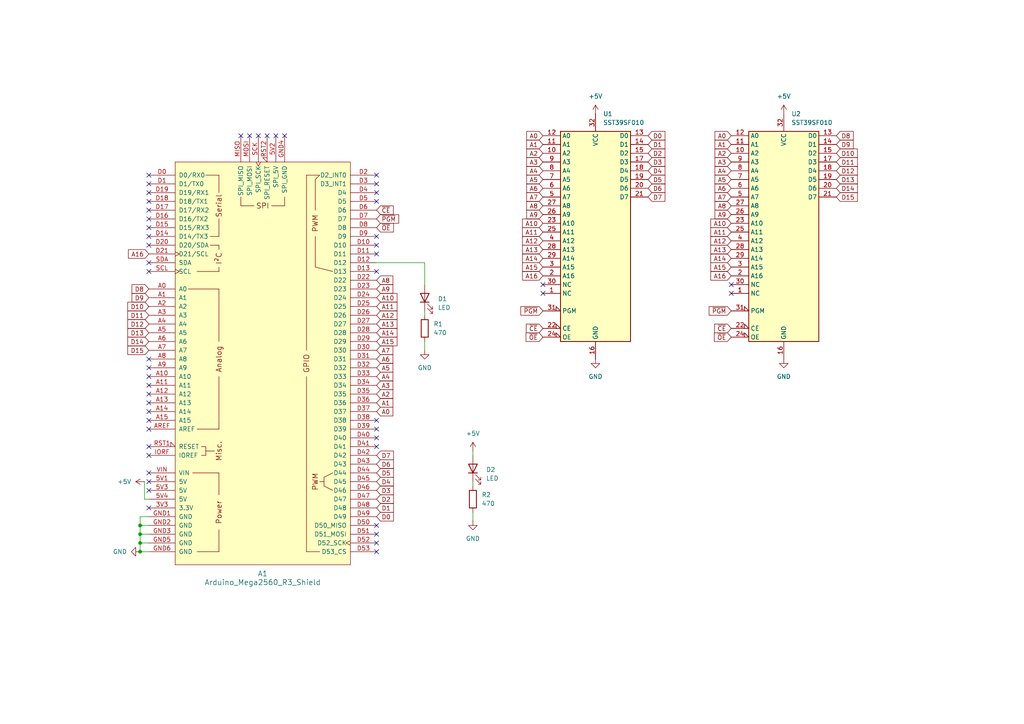
<source format=kicad_sch>
(kicad_sch (version 20231120) (generator "eeschema") (generator_version "8.0")
  (paper "A4")
  (lib_symbols
    (symbol "Arduino:Arduino_Mega2560_R3_Shield" (pin_names (offset 1.016))
      (property "Reference" "A" (at 0 -62.23 0))
      (property "Value" "Arduino_Mega2560_R3_Shield" (at 0 -66.04 0))
      (symbol "Arduino_Mega2560_R3_Shield_0_0"
        (rectangle (start -25.4 -58.42) (end 25.4 58.42) (fill (type background)))
        (rectangle (start -20.32 -31.75) (end -12.7 -31.75))
        (rectangle (start -19.05 -54.61) (end -12.7 -54.61))
        (rectangle (start -19.05 -19.05) (end -12.7 -19.05))
        (rectangle (start -19.05 26.67) (end -12.7 26.67))
        (rectangle (start -17.78 -26.67) (end -16.51 -26.67))
        (rectangle (start -17.78 -24.13) (end -16.51 -24.13))
        (rectangle (start -16.51 -25.4) (end -13.97 -25.4))
        (rectangle (start -16.51 -24.13) (end -16.51 -26.67))
        (rectangle (start -16.51 54.61) (end -12.7 54.61))
        (rectangle (start -15.24 34.29) (end -12.7 34.29))
        (rectangle (start -15.24 36.83) (end -12.7 36.83))
        (rectangle (start -12.7 -54.61) (end -12.7 -48.26))
        (rectangle (start -12.7 -31.75) (end -12.7 -38.1))
        (rectangle (start -12.7 26.67) (end -12.7 27.94))
        (rectangle (start -12.7 34.29) (end -12.7 33.02))
        (rectangle (start -12.7 41.91) (end -12.7 36.83))
        (rectangle (start -12.7 49.53) (end -12.7 54.61))
        (rectangle (start -6.35 48.26) (end -6.35 45.72))
        (rectangle (start -2.54 45.72) (end -6.35 45.72))
        (polyline (pts (xy -21.59 21.59) (xy -12.7 21.59)))
        (polyline (pts (xy -12.7 -19.05) (xy -12.7 -3.81)))
        (polyline (pts (xy -12.7 6.35) (xy -12.7 21.59)))
        (polyline (pts (xy 12.7 -54.61) (xy 16.51 -54.61)))
        (polyline (pts (xy 12.7 54.61) (xy 16.51 54.61)))
        (polyline (pts (xy 17.78 -34.29) (xy 16.51 -34.29)))
        (polyline (pts (xy 15.24 36.83) (xy 15.24 27.94) (xy 20.32 26.67)))
        (polyline (pts (xy 15.24 44.45) (xy 15.24 53.34) (xy 16.51 54.61)))
        (polyline (pts (xy 20.32 -31.75) (xy 17.78 -33.02) (xy 17.78 -35.56) (xy 20.32 -36.83)))
        (rectangle (start 6.35 45.72) (end 2.54 45.72))
        (rectangle (start 6.35 48.26) (end 6.35 45.72))
        (text "Analog" (at -12.7 1.27 900) (effects (font (size 1.524 1.524))))
        (text "I²C" (at -12.7 30.48 900) (effects (font (size 1.524 1.524))))
        (text "Misc." (at -12.7 -25.4 900) (effects (font (size 1.524 1.524))))
        (text "Power" (at -12.7 -43.18 900) (effects (font (size 1.524 1.524))))
        (text "PWM" (at 15.24 -34.29 900) (effects (font (size 1.524 1.524))))
        (text "PWM" (at 15.24 40.64 900) (effects (font (size 1.524 1.524))))
        (text "Serial" (at -12.7 45.72 900) (effects (font (size 1.524 1.524))))
        (text "SPI" (at 0 45.72 0) (effects (font (size 1.524 1.524))))
      )
      (symbol "Arduino_Mega2560_R3_Shield_1_0"
        (rectangle (start 12.7 -54.61) (end 12.7 -3.81))
        (rectangle (start 12.7 54.61) (end 12.7 3.81))
        (text "GPIO" (at 12.7 0 900) (effects (font (size 1.524 1.524))))
      )
      (symbol "Arduino_Mega2560_R3_Shield_1_1"
        (pin power_out line (at -33.02 -41.91 0) (length 7.62) (name "3.3V") (number "3V3"))
        (pin power_in line (at -33.02 -34.29 0) (length 7.62) (name "5V") (number "5V1"))
        (pin power_in line (at 3.81 66.04 270) (length 7.62) (name "SPI_5V") (number "5V2"))
        (pin power_in line (at -33.02 -36.83 0) (length 7.62) (name "5V") (number "5V3"))
        (pin power_in line (at -33.02 -39.37 0) (length 7.62) (name "5V") (number "5V4"))
        (pin bidirectional line (at -33.02 21.59 0) (length 7.62) (name "A0") (number "A0"))
        (pin bidirectional line (at -33.02 19.05 0) (length 7.62) (name "A1") (number "A1"))
        (pin bidirectional line (at -33.02 -3.81 0) (length 7.62) (name "A10") (number "A10"))
        (pin bidirectional line (at -33.02 -6.35 0) (length 7.62) (name "A11") (number "A11"))
        (pin bidirectional line (at -33.02 -8.89 0) (length 7.62) (name "A12") (number "A12"))
        (pin bidirectional line (at -33.02 -11.43 0) (length 7.62) (name "A13") (number "A13"))
        (pin bidirectional line (at -33.02 -13.97 0) (length 7.62) (name "A14") (number "A14"))
        (pin bidirectional line (at -33.02 -16.51 0) (length 7.62) (name "A15") (number "A15"))
        (pin bidirectional line (at -33.02 16.51 0) (length 7.62) (name "A2") (number "A2"))
        (pin bidirectional line (at -33.02 13.97 0) (length 7.62) (name "A3") (number "A3"))
        (pin bidirectional line (at -33.02 11.43 0) (length 7.62) (name "A4") (number "A4"))
        (pin bidirectional line (at -33.02 8.89 0) (length 7.62) (name "A5") (number "A5"))
        (pin bidirectional line (at -33.02 6.35 0) (length 7.62) (name "A6") (number "A6"))
        (pin bidirectional line (at -33.02 3.81 0) (length 7.62) (name "A7") (number "A7"))
        (pin bidirectional line (at -33.02 1.27 0) (length 7.62) (name "A8") (number "A8"))
        (pin bidirectional line (at -33.02 -1.27 0) (length 7.62) (name "A9") (number "A9"))
        (pin input line (at -33.02 -19.05 0) (length 7.62) (name "AREF") (number "AREF"))
        (pin bidirectional line (at -33.02 54.61 0) (length 7.62) (name "D0/RX0") (number "D0"))
        (pin bidirectional line (at -33.02 52.07 0) (length 7.62) (name "D1/TX0") (number "D1"))
        (pin bidirectional line (at 33.02 34.29 180) (length 7.62) (name "D10") (number "D10"))
        (pin bidirectional line (at 33.02 31.75 180) (length 7.62) (name "D11") (number "D11"))
        (pin bidirectional line (at 33.02 29.21 180) (length 7.62) (name "D12") (number "D12"))
        (pin bidirectional line (at 33.02 26.67 180) (length 7.62) (name "D13") (number "D13"))
        (pin bidirectional line (at -33.02 36.83 0) (length 7.62) (name "D14/TX3") (number "D14"))
        (pin bidirectional line (at -33.02 39.37 0) (length 7.62) (name "D15/RX3") (number "D15"))
        (pin bidirectional line (at -33.02 41.91 0) (length 7.62) (name "D16/TX2") (number "D16"))
        (pin bidirectional line (at -33.02 44.45 0) (length 7.62) (name "D17/RX2") (number "D17"))
        (pin bidirectional line (at -33.02 46.99 0) (length 7.62) (name "D18/TX1") (number "D18"))
        (pin bidirectional line (at -33.02 49.53 0) (length 7.62) (name "D19/RX1") (number "D19"))
        (pin bidirectional line (at 33.02 54.61 180) (length 7.62) (name "D2_INT0") (number "D2"))
        (pin bidirectional line (at -33.02 34.29 0) (length 7.62) (name "D20/SDA") (number "D20"))
        (pin bidirectional clock (at -33.02 31.75 0) (length 7.62) (name "D21/SCL") (number "D21"))
        (pin bidirectional line (at 33.02 24.13 180) (length 7.62) (name "D22") (number "D22"))
        (pin bidirectional line (at 33.02 21.59 180) (length 7.62) (name "D23") (number "D23"))
        (pin bidirectional line (at 33.02 19.05 180) (length 7.62) (name "D24") (number "D24"))
        (pin bidirectional line (at 33.02 16.51 180) (length 7.62) (name "D25") (number "D25"))
        (pin bidirectional line (at 33.02 13.97 180) (length 7.62) (name "D26") (number "D26"))
        (pin bidirectional line (at 33.02 11.43 180) (length 7.62) (name "D27") (number "D27"))
        (pin bidirectional line (at 33.02 8.89 180) (length 7.62) (name "D28") (number "D28"))
        (pin bidirectional line (at 33.02 6.35 180) (length 7.62) (name "D29") (number "D29"))
        (pin bidirectional line (at 33.02 52.07 180) (length 7.62) (name "D3_INT1") (number "D3"))
        (pin bidirectional line (at 33.02 3.81 180) (length 7.62) (name "D30") (number "D30"))
        (pin bidirectional line (at 33.02 1.27 180) (length 7.62) (name "D31") (number "D31"))
        (pin bidirectional line (at 33.02 -1.27 180) (length 7.62) (name "D32") (number "D32"))
        (pin bidirectional line (at 33.02 -3.81 180) (length 7.62) (name "D33") (number "D33"))
        (pin bidirectional line (at 33.02 -6.35 180) (length 7.62) (name "D34") (number "D34"))
        (pin bidirectional line (at 33.02 -8.89 180) (length 7.62) (name "D35") (number "D35"))
        (pin bidirectional line (at 33.02 -11.43 180) (length 7.62) (name "D36") (number "D36"))
        (pin bidirectional line (at 33.02 -13.97 180) (length 7.62) (name "D37") (number "D37"))
        (pin bidirectional line (at 33.02 -16.51 180) (length 7.62) (name "D38") (number "D38"))
        (pin bidirectional line (at 33.02 -19.05 180) (length 7.62) (name "D39") (number "D39"))
        (pin bidirectional line (at 33.02 49.53 180) (length 7.62) (name "D4") (number "D4"))
        (pin bidirectional line (at 33.02 -21.59 180) (length 7.62) (name "D40") (number "D40"))
        (pin bidirectional line (at 33.02 -24.13 180) (length 7.62) (name "D41") (number "D41"))
        (pin bidirectional line (at 33.02 -26.67 180) (length 7.62) (name "D42") (number "D42"))
        (pin bidirectional line (at 33.02 -29.21 180) (length 7.62) (name "D43") (number "D43"))
        (pin bidirectional line (at 33.02 -31.75 180) (length 7.62) (name "D44") (number "D44"))
        (pin bidirectional line (at 33.02 -34.29 180) (length 7.62) (name "D45") (number "D45"))
        (pin bidirectional line (at 33.02 -36.83 180) (length 7.62) (name "D46") (number "D46"))
        (pin bidirectional line (at 33.02 -39.37 180) (length 7.62) (name "D47") (number "D47"))
        (pin bidirectional line (at 33.02 -41.91 180) (length 7.62) (name "D48") (number "D48"))
        (pin bidirectional line (at 33.02 -44.45 180) (length 7.62) (name "D49") (number "D49"))
        (pin bidirectional line (at 33.02 46.99 180) (length 7.62) (name "D5") (number "D5"))
        (pin bidirectional line (at 33.02 -46.99 180) (length 7.62) (name "D50_MISO") (number "D50"))
        (pin bidirectional line (at 33.02 -49.53 180) (length 7.62) (name "D51_MOSI") (number "D51"))
        (pin bidirectional clock (at 33.02 -52.07 180) (length 7.62) (name "D52_SCK") (number "D52"))
        (pin bidirectional line (at 33.02 -54.61 180) (length 7.62) (name "D53_CS") (number "D53"))
        (pin bidirectional line (at 33.02 44.45 180) (length 7.62) (name "D6") (number "D6"))
        (pin bidirectional line (at 33.02 41.91 180) (length 7.62) (name "D7") (number "D7"))
        (pin bidirectional line (at 33.02 39.37 180) (length 7.62) (name "D8") (number "D8"))
        (pin bidirectional line (at 33.02 36.83 180) (length 7.62) (name "D9") (number "D9"))
        (pin power_in line (at -33.02 -44.45 0) (length 7.62) (name "GND") (number "GND1"))
        (pin power_in line (at -33.02 -46.99 0) (length 7.62) (name "GND") (number "GND2"))
        (pin power_in line (at -33.02 -49.53 0) (length 7.62) (name "GND") (number "GND3"))
        (pin power_in line (at 6.35 66.04 270) (length 7.62) (name "SPI_GND") (number "GND4"))
        (pin power_in line (at -33.02 -52.07 0) (length 7.62) (name "GND") (number "GND5"))
        (pin power_in line (at -33.02 -54.61 0) (length 7.62) (name "GND") (number "GND6"))
        (pin output line (at -33.02 -26.67 0) (length 7.62) (name "IOREF") (number "IORF"))
        (pin input line (at -6.35 66.04 270) (length 7.62) (name "SPI_MISO") (number "MISO"))
        (pin output line (at -3.81 66.04 270) (length 7.62) (name "SPI_MOSI") (number "MOSI"))
        (pin open_collector input_low (at -33.02 -24.13 0) (length 7.62) (name "RESET") (number "RST1"))
        (pin open_collector input_low (at 1.27 66.04 270) (length 7.62) (name "SPI_RESET") (number "RST2"))
        (pin output clock (at -1.27 66.04 270) (length 7.62) (name "SPI_SCK") (number "SCK"))
        (pin bidirectional clock (at -33.02 26.67 0) (length 7.62) (name "SCL") (number "SCL"))
        (pin bidirectional line (at -33.02 29.21 0) (length 7.62) (name "SDA") (number "SDA"))
        (pin power_in line (at -33.02 -31.75 0) (length 7.62) (name "VIN") (number "VIN"))
      )
    )
    (symbol "Device:LED" (pin_numbers hide) (pin_names (offset 1.016) hide)
      (property "Reference" "D" (at 0 2.54 0))
      (property "Value" "LED" (at 0 -2.54 0))
      (symbol "LED_0_1"
        (polyline (pts (xy -1.27 -1.27) (xy -1.27 1.27)) (stroke (width 0.254)))
        (polyline (pts (xy -1.27 0) (xy 1.27 0)))
        (polyline (pts (xy 1.27 -1.27) (xy 1.27 1.27) (xy -1.27 0) (xy 1.27 -1.27)) (stroke (width 0.254)))
        (polyline (pts (xy -3.048 -0.762) (xy -4.572 -2.286) (xy -3.81 -2.286) (xy -4.572 -2.286) (xy -4.572 -1.524)))
        (polyline (pts (xy -1.778 -0.762) (xy -3.302 -2.286) (xy -2.54 -2.286) (xy -3.302 -2.286) (xy -3.302 -1.524)))
      )
      (symbol "LED_1_1"
        (pin passive line (at -3.81 0 0) (length 2.54) (name "K") (number "1"))
        (pin passive line (at 3.81 0 180) (length 2.54) (name "A") (number "2"))
      )
    )
    (symbol "Device:R" (pin_numbers hide) (pin_names (offset 0))
      (property "Reference" "R" (at 2.032 0 90))
      (property "Value" "R" (at 0 0 90))
      (symbol "R_0_1"
        (rectangle (start -1.016 -2.54) (end 1.016 2.54) (stroke (width 0.254)))
      )
      (symbol "R_1_1"
        (pin passive line (at 0 3.81 270) (length 1.27) (name "~") (number "1"))
        (pin passive line (at 0 -3.81 90) (length 1.27) (name "~") (number "2"))
      )
    )
    (symbol "Memory_Flash:SST39SF010"
      (property "Reference" "U" (at 2.54 33.02 0))
      (property "Value" "SST39SF010" (at 0 -30.48 0))
      (symbol "SST39SF010_0_0"
        (pin power_in line (at 0 -34.29 90) (length 5.08) (name "GND") (number "16"))
        (pin power_in line (at 0 36.83 270) (length 5.08) (name "VCC") (number "32"))
      )
      (symbol "SST39SF010_0_1"
        (rectangle (start -10.16 31.75) (end 10.16 -29.21) (stroke (width 0.254)) (fill (type background)))
      )
      (symbol "SST39SF010_1_1"
        (pin input line (at -15.24 -15.24 0) (length 5.08) (name "NC") (number "1"))
        (pin input line (at -15.24 25.4 0) (length 5.08) (name "A2") (number "10"))
        (pin input line (at -15.24 27.94 0) (length 5.08) (name "A1") (number "11"))
        (pin input line (at -15.24 30.48 0) (length 5.08) (name "A0") (number "12"))
        (pin tri_state line (at 15.24 30.48 180) (length 5.08) (name "D0") (number "13"))
        (pin tri_state line (at 15.24 27.94 180) (length 5.08) (name "D1") (number "14"))
        (pin tri_state line (at 15.24 25.4 180) (length 5.08) (name "D2") (number "15"))
        (pin tri_state line (at 15.24 22.86 180) (length 5.08) (name "D3") (number "17"))
        (pin tri_state line (at 15.24 20.32 180) (length 5.08) (name "D4") (number "18"))
        (pin tri_state line (at 15.24 17.78 180) (length 5.08) (name "D5") (number "19"))
        (pin input line (at -15.24 -10.16 0) (length 5.08) (name "A16") (number "2"))
        (pin tri_state line (at 15.24 15.24 180) (length 5.08) (name "D6") (number "20"))
        (pin tri_state line (at 15.24 12.7 180) (length 5.08) (name "D7") (number "21"))
        (pin input input_low (at -15.24 -25.4 0) (length 5.08) (name "CE") (number "22"))
        (pin input line (at -15.24 5.08 0) (length 5.08) (name "A10") (number "23"))
        (pin input input_low (at -15.24 -27.94 0) (length 5.08) (name "OE") (number "24"))
        (pin input line (at -15.24 2.54 0) (length 5.08) (name "A11") (number "25"))
        (pin input line (at -15.24 7.62 0) (length 5.08) (name "A9") (number "26"))
        (pin input line (at -15.24 10.16 0) (length 5.08) (name "A8") (number "27"))
        (pin input line (at -15.24 -2.54 0) (length 5.08) (name "A13") (number "28"))
        (pin input line (at -15.24 -5.08 0) (length 5.08) (name "A14") (number "29"))
        (pin input line (at -15.24 -7.62 0) (length 5.08) (name "A15") (number "3"))
        (pin input line (at -15.24 -12.7 0) (length 5.08) (name "NC") (number "30"))
        (pin input input_low (at -15.24 -20.32 0) (length 5.08) (name "PGM") (number "31"))
        (pin input line (at -15.24 0 0) (length 5.08) (name "A12") (number "4"))
        (pin input line (at -15.24 12.7 0) (length 5.08) (name "A7") (number "5"))
        (pin input line (at -15.24 15.24 0) (length 5.08) (name "A6") (number "6"))
        (pin input line (at -15.24 17.78 0) (length 5.08) (name "A5") (number "7"))
        (pin input line (at -15.24 20.32 0) (length 5.08) (name "A4") (number "8"))
        (pin input line (at -15.24 22.86 0) (length 5.08) (name "A3") (number "9"))
      )
    )
    (symbol "power:+5V" (power) (pin_numbers hide) (pin_names (offset 0) hide)
      (property "Value" "+5V" (at 0 3.556 0))
      (symbol "+5V_0_1"
        (polyline (pts (xy -0.762 1.27) (xy 0 2.54)))
        (polyline (pts (xy 0 0) (xy 0 2.54)))
        (polyline (pts (xy 0 2.54) (xy 0.762 1.27)))
      )
      (symbol "+5V_1_1"
        (pin power_in line (at 0 0 90) (length 0) (name "~") (number "1"))
      )
    )
    (symbol "power:GND" (power) (pin_numbers hide) (pin_names (offset 0) hide)
      (property "Value" "GND" (at 0 -3.81 0))
      (symbol "GND_0_1"
        (polyline (pts (xy 0 0) (xy 0 -1.27) (xy 1.27 -1.27) (xy 0 -2.54) (xy -1.27 -1.27) (xy 0 -1.27)))
      )
      (symbol "GND_1_1"
        (pin power_in line (at 0 0 270) (length 0) (name "~") (number "1"))
      )
    )
  )
  (junction (at 40.64 152.4))
  (junction (at 40.64 157.48))
  (junction (at 40.64 154.94))
  (junction (at 40.64 160.02))
  (no_connect (at 77.47 39.37))
  (no_connect (at 109.22 157.48))
  (no_connect (at 43.18 121.92))
  (no_connect (at 109.22 71.12))
  (no_connect (at 43.18 119.38))
  (no_connect (at 43.18 66.04))
  (no_connect (at 74.93 39.37))
  (no_connect (at 43.18 50.8))
  (no_connect (at 43.18 106.68))
  (no_connect (at 43.18 124.46))
  (no_connect (at 109.22 78.74))
  (no_connect (at 157.48 85.09))
  (no_connect (at 43.18 111.76))
  (no_connect (at 72.39 39.37))
  (no_connect (at 43.18 63.5))
  (no_connect (at 69.85 39.37))
  (no_connect (at 43.18 116.84))
  (no_connect (at 109.22 160.02))
  (no_connect (at 80.01 39.37))
  (no_connect (at 43.18 139.7))
  (no_connect (at 43.18 71.12))
  (no_connect (at 43.18 129.54))
  (no_connect (at 109.22 124.46))
  (no_connect (at 82.55 39.37))
  (no_connect (at 212.09 82.55))
  (no_connect (at 109.22 129.54))
  (no_connect (at 109.22 127))
  (no_connect (at 109.22 68.58))
  (no_connect (at 43.18 132.08))
  (no_connect (at 157.48 82.55))
  (no_connect (at 43.18 104.14))
  (no_connect (at 109.22 50.8))
  (no_connect (at 109.22 73.66))
  (no_connect (at 43.18 55.88))
  (no_connect (at 43.18 147.32))
  (no_connect (at 43.18 109.22))
  (no_connect (at 43.18 78.74))
  (no_connect (at 43.18 68.58))
  (no_connect (at 109.22 121.92))
  (no_connect (at 109.22 53.34))
  (no_connect (at 43.18 60.96))
  (no_connect (at 109.22 58.42))
  (no_connect (at 43.18 137.16))
  (no_connect (at 43.18 142.24))
  (no_connect (at 109.22 55.88))
  (no_connect (at 109.22 152.4))
  (no_connect (at 109.22 154.94))
  (no_connect (at 212.09 85.09))
  (no_connect (at 43.18 76.2))
  (no_connect (at 43.18 58.42))
  (no_connect (at 43.18 114.3))
  (no_connect (at 43.18 53.34))
  (wire (pts (xy 123.19 90.17) (xy 123.19 91.44)))
  (wire (pts (xy 40.64 160.02) (xy 43.18 160.02)))
  (wire (pts (xy 40.64 157.48) (xy 43.18 157.48)))
  (wire (pts (xy 43.18 149.86) (xy 40.64 149.86)))
  (wire (pts (xy 137.16 130.81) (xy 137.16 132.08)))
  (wire (pts (xy 40.64 154.94) (xy 43.18 154.94)))
  (wire (pts (xy 40.64 152.4) (xy 43.18 152.4)))
  (wire (pts (xy 43.18 144.78) (xy 41.91 144.78)))
  (wire (pts (xy 40.64 149.86) (xy 40.64 152.4)))
  (wire (pts (xy 123.19 76.2) (xy 123.19 82.55)))
  (wire (pts (xy 109.22 76.2) (xy 123.19 76.2)))
  (wire (pts (xy 40.64 154.94) (xy 40.64 157.48)))
  (wire (pts (xy 137.16 139.7) (xy 137.16 140.97)))
  (wire (pts (xy 137.16 148.59) (xy 137.16 151.13)))
  (wire (pts (xy 40.64 152.4) (xy 40.64 154.94)))
  (wire (pts (xy 123.19 99.06) (xy 123.19 101.6)))
  (wire (pts (xy 41.91 139.7) (xy 41.91 144.78)))
  (wire (pts (xy 40.64 157.48) (xy 40.64 160.02)))
  (global_label "D10" (shape input) (at 43.18 88.9 180) (property "Intersheetrefs" "${INTERSHEET_REFS}" (effects (hide yes))))
  (global_label "A4" (shape input) (at 109.22 109.22 0) (property "Intersheetrefs" "${INTERSHEET_REFS}" (effects (hide yes))))
  (global_label "A12" (shape input) (at 157.48 69.85 180) (property "Intersheetrefs" "${INTERSHEET_REFS}" (effects (hide yes))))
  (global_label "A11" (shape input) (at 212.09 67.31 180) (property "Intersheetrefs" "${INTERSHEET_REFS}" (effects (hide yes))))
  (global_label "~{OE}" (shape input) (at 109.22 66.04 0) (property "Intersheetrefs" "${INTERSHEET_REFS}" (effects (hide yes))))
  (global_label "A4" (shape input) (at 212.09 49.53 180) (property "Intersheetrefs" "${INTERSHEET_REFS}" (effects (hide yes))))
  (global_label "A5" (shape input) (at 157.48 52.07 180) (property "Intersheetrefs" "${INTERSHEET_REFS}" (effects (hide yes))))
  (global_label "A6" (shape input) (at 157.48 54.61 180) (property "Intersheetrefs" "${INTERSHEET_REFS}" (effects (hide yes))))
  (global_label "D12" (shape input) (at 242.57 49.53 0) (property "Intersheetrefs" "${INTERSHEET_REFS}" (effects (hide yes))))
  (global_label "D13" (shape input) (at 43.18 96.52 180) (property "Intersheetrefs" "${INTERSHEET_REFS}" (effects (hide yes))))
  (global_label "A11" (shape input) (at 109.22 88.9 0) (property "Intersheetrefs" "${INTERSHEET_REFS}" (effects (hide yes))))
  (global_label "D10" (shape input) (at 242.57 44.45 0) (property "Intersheetrefs" "${INTERSHEET_REFS}" (effects (hide yes))))
  (global_label "A7" (shape input) (at 157.48 57.15 180) (property "Intersheetrefs" "${INTERSHEET_REFS}" (effects (hide yes))))
  (global_label "A16" (shape input) (at 212.09 80.01 180) (property "Intersheetrefs" "${INTERSHEET_REFS}" (effects (hide yes))))
  (global_label "A8" (shape input) (at 212.09 59.69 180) (property "Intersheetrefs" "${INTERSHEET_REFS}" (effects (hide yes))))
  (global_label "D14" (shape input) (at 242.57 54.61 0) (property "Intersheetrefs" "${INTERSHEET_REFS}" (effects (hide yes))))
  (global_label "D7" (shape input) (at 187.96 57.15 0) (property "Intersheetrefs" "${INTERSHEET_REFS}" (effects (hide yes))))
  (global_label "D7" (shape input) (at 109.22 132.08 0) (property "Intersheetrefs" "${INTERSHEET_REFS}" (effects (hide yes))))
  (global_label "A2" (shape input) (at 109.22 114.3 0) (property "Intersheetrefs" "${INTERSHEET_REFS}" (effects (hide yes))))
  (global_label "A1" (shape input) (at 109.22 116.84 0) (property "Intersheetrefs" "${INTERSHEET_REFS}" (effects (hide yes))))
  (global_label "A3" (shape input) (at 109.22 111.76 0) (property "Intersheetrefs" "${INTERSHEET_REFS}" (effects (hide yes))))
  (global_label "A11" (shape input) (at 157.48 67.31 180) (property "Intersheetrefs" "${INTERSHEET_REFS}" (effects (hide yes))))
  (global_label "A2" (shape input) (at 212.09 44.45 180) (property "Intersheetrefs" "${INTERSHEET_REFS}" (effects (hide yes))))
  (global_label "D11" (shape input) (at 43.18 91.44 180) (property "Intersheetrefs" "${INTERSHEET_REFS}" (effects (hide yes))))
  (global_label "A9" (shape input) (at 109.22 83.82 0) (property "Intersheetrefs" "${INTERSHEET_REFS}" (effects (hide yes))))
  (global_label "D14" (shape input) (at 43.18 99.06 180) (property "Intersheetrefs" "${INTERSHEET_REFS}" (effects (hide yes))))
  (global_label "D6" (shape input) (at 187.96 54.61 0) (property "Intersheetrefs" "${INTERSHEET_REFS}" (effects (hide yes))))
  (global_label "D4" (shape input) (at 109.22 139.7 0) (property "Intersheetrefs" "${INTERSHEET_REFS}" (effects (hide yes))))
  (global_label "A6" (shape input) (at 212.09 54.61 180) (property "Intersheetrefs" "${INTERSHEET_REFS}" (effects (hide yes))))
  (global_label "A13" (shape input) (at 109.22 93.98 0) (property "Intersheetrefs" "${INTERSHEET_REFS}" (effects (hide yes))))
  (global_label "A16" (shape input) (at 157.48 80.01 180) (property "Intersheetrefs" "${INTERSHEET_REFS}" (effects (hide yes))))
  (global_label "A12" (shape input) (at 109.22 91.44 0) (property "Intersheetrefs" "${INTERSHEET_REFS}" (effects (hide yes))))
  (global_label "A1" (shape input) (at 157.48 41.91 180) (property "Intersheetrefs" "${INTERSHEET_REFS}" (effects (hide yes))))
  (global_label "~{CE}" (shape input) (at 109.22 60.96 0) (property "Intersheetrefs" "${INTERSHEET_REFS}" (effects (hide yes))))
  (global_label "A8" (shape input) (at 157.48 59.69 180) (property "Intersheetrefs" "${INTERSHEET_REFS}" (effects (hide yes))))
  (global_label "A13" (shape input) (at 212.09 72.39 180) (property "Intersheetrefs" "${INTERSHEET_REFS}" (effects (hide yes))))
  (global_label "~{OE}" (shape input) (at 157.48 97.79 180) (property "Intersheetrefs" "${INTERSHEET_REFS}" (effects (hide yes))))
  (global_label "A15" (shape input) (at 109.22 99.06 0) (property "Intersheetrefs" "${INTERSHEET_REFS}" (effects (hide yes))))
  (global_label "D3" (shape input) (at 109.22 142.24 0) (property "Intersheetrefs" "${INTERSHEET_REFS}" (effects (hide yes))))
  (global_label "~{CE}" (shape input) (at 212.09 95.25 180) (property "Intersheetrefs" "${INTERSHEET_REFS}" (effects (hide yes))))
  (global_label "~{PGM}" (shape input) (at 157.48 90.17 180) (property "Intersheetrefs" "${INTERSHEET_REFS}" (effects (hide yes))))
  (global_label "A5" (shape input) (at 109.22 106.68 0) (property "Intersheetrefs" "${INTERSHEET_REFS}" (effects (hide yes))))
  (global_label "A1" (shape input) (at 212.09 41.91 180) (property "Intersheetrefs" "${INTERSHEET_REFS}" (effects (hide yes))))
  (global_label "A9" (shape input) (at 157.48 62.23 180) (property "Intersheetrefs" "${INTERSHEET_REFS}" (effects (hide yes))))
  (global_label "A14" (shape input) (at 109.22 96.52 0) (property "Intersheetrefs" "${INTERSHEET_REFS}" (effects (hide yes))))
  (global_label "D2" (shape input) (at 109.22 144.78 0) (property "Intersheetrefs" "${INTERSHEET_REFS}" (effects (hide yes))))
  (global_label "D1" (shape input) (at 187.96 41.91 0) (property "Intersheetrefs" "${INTERSHEET_REFS}" (effects (hide yes))))
  (global_label "A14" (shape input) (at 157.48 74.93 180) (property "Intersheetrefs" "${INTERSHEET_REFS}" (effects (hide yes))))
  (global_label "A6" (shape input) (at 109.22 104.14 0) (property "Intersheetrefs" "${INTERSHEET_REFS}" (effects (hide yes))))
  (global_label "~{PGM}" (shape input) (at 109.22 63.5 0) (property "Intersheetrefs" "${INTERSHEET_REFS}" (effects (hide yes))))
  (global_label "A10" (shape input) (at 157.48 64.77 180) (property "Intersheetrefs" "${INTERSHEET_REFS}" (effects (hide yes))))
  (global_label "A3" (shape input) (at 212.09 46.99 180) (property "Intersheetrefs" "${INTERSHEET_REFS}" (effects (hide yes))))
  (global_label "A0" (shape input) (at 212.09 39.37 180) (property "Intersheetrefs" "${INTERSHEET_REFS}" (effects (hide yes))))
  (global_label "A7" (shape input) (at 109.22 101.6 0) (property "Intersheetrefs" "${INTERSHEET_REFS}" (effects (hide yes))))
  (global_label "A4" (shape input) (at 157.48 49.53 180) (property "Intersheetrefs" "${INTERSHEET_REFS}" (effects (hide yes))))
  (global_label "D2" (shape input) (at 187.96 44.45 0) (property "Intersheetrefs" "${INTERSHEET_REFS}" (effects (hide yes))))
  (global_label "A10" (shape input) (at 109.22 86.36 0) (property "Intersheetrefs" "${INTERSHEET_REFS}" (effects (hide yes))))
  (global_label "A2" (shape input) (at 157.48 44.45 180) (property "Intersheetrefs" "${INTERSHEET_REFS}" (effects (hide yes))))
  (global_label "A16" (shape input) (at 43.18 73.66 180) (property "Intersheetrefs" "${INTERSHEET_REFS}" (effects (hide yes))))
  (global_label "A12" (shape input) (at 212.09 69.85 180) (property "Intersheetrefs" "${INTERSHEET_REFS}" (effects (hide yes))))
  (global_label "D5" (shape input) (at 109.22 137.16 0) (property "Intersheetrefs" "${INTERSHEET_REFS}" (effects (hide yes))))
  (global_label "D11" (shape input) (at 242.57 46.99 0) (property "Intersheetrefs" "${INTERSHEET_REFS}" (effects (hide yes))))
  (global_label "D4" (shape input) (at 187.96 49.53 0) (property "Intersheetrefs" "${INTERSHEET_REFS}" (effects (hide yes))))
  (global_label "D15" (shape input) (at 242.57 57.15 0) (property "Intersheetrefs" "${INTERSHEET_REFS}" (effects (hide yes))))
  (global_label "A14" (shape input) (at 212.09 74.93 180) (property "Intersheetrefs" "${INTERSHEET_REFS}" (effects (hide yes))))
  (global_label "~{CE}" (shape input) (at 157.48 95.25 180) (property "Intersheetrefs" "${INTERSHEET_REFS}" (effects (hide yes))))
  (global_label "A13" (shape input) (at 157.48 72.39 180) (property "Intersheetrefs" "${INTERSHEET_REFS}" (effects (hide yes))))
  (global_label "D15" (shape input) (at 43.18 101.6 180) (property "Intersheetrefs" "${INTERSHEET_REFS}" (effects (hide yes))))
  (global_label "A7" (shape input) (at 212.09 57.15 180) (property "Intersheetrefs" "${INTERSHEET_REFS}" (effects (hide yes))))
  (global_label "D8" (shape input) (at 43.18 83.82 180) (property "Intersheetrefs" "${INTERSHEET_REFS}" (effects (hide yes))))
  (global_label "D12" (shape input) (at 43.18 93.98 180) (property "Intersheetrefs" "${INTERSHEET_REFS}" (effects (hide yes))))
  (global_label "D0" (shape input) (at 187.96 39.37 0) (property "Intersheetrefs" "${INTERSHEET_REFS}" (effects (hide yes))))
  (global_label "A8" (shape input) (at 109.22 81.28 0) (property "Intersheetrefs" "${INTERSHEET_REFS}" (effects (hide yes))))
  (global_label "A10" (shape input) (at 212.09 64.77 180) (property "Intersheetrefs" "${INTERSHEET_REFS}" (effects (hide yes))))
  (global_label "D5" (shape input) (at 187.96 52.07 0) (property "Intersheetrefs" "${INTERSHEET_REFS}" (effects (hide yes))))
  (global_label "~{OE}" (shape input) (at 212.09 97.79 180) (property "Intersheetrefs" "${INTERSHEET_REFS}" (effects (hide yes))))
  (global_label "A15" (shape input) (at 157.48 77.47 180) (property "Intersheetrefs" "${INTERSHEET_REFS}" (effects (hide yes))))
  (global_label "A5" (shape input) (at 212.09 52.07 180) (property "Intersheetrefs" "${INTERSHEET_REFS}" (effects (hide yes))))
  (global_label "D8" (shape input) (at 242.57 39.37 0) (property "Intersheetrefs" "${INTERSHEET_REFS}" (effects (hide yes))))
  (global_label "A15" (shape input) (at 212.09 77.47 180) (property "Intersheetrefs" "${INTERSHEET_REFS}" (effects (hide yes))))
  (global_label "D3" (shape input) (at 187.96 46.99 0) (property "Intersheetrefs" "${INTERSHEET_REFS}" (effects (hide yes))))
  (global_label "D9" (shape input) (at 43.18 86.36 180) (property "Intersheetrefs" "${INTERSHEET_REFS}" (effects (hide yes))))
  (global_label "A0" (shape input) (at 109.22 119.38 0) (property "Intersheetrefs" "${INTERSHEET_REFS}" (effects (hide yes))))
  (global_label "A9" (shape input) (at 212.09 62.23 180) (property "Intersheetrefs" "${INTERSHEET_REFS}" (effects (hide yes))))
  (global_label "D9" (shape input) (at 242.57 41.91 0) (property "Intersheetrefs" "${INTERSHEET_REFS}" (effects (hide yes))))
  (global_label "A0" (shape input) (at 157.48 39.37 180) (property "Intersheetrefs" "${INTERSHEET_REFS}" (effects (hide yes))))
  (global_label "D13" (shape input) (at 242.57 52.07 0) (property "Intersheetrefs" "${INTERSHEET_REFS}" (effects (hide yes))))
  (global_label "~{PGM}" (shape input) (at 212.09 90.17 180) (property "Intersheetrefs" "${INTERSHEET_REFS}" (effects (hide yes))))
  (global_label "D0" (shape input) (at 109.22 149.86 0) (property "Intersheetrefs" "${INTERSHEET_REFS}" (effects (hide yes))))
  (global_label "D6" (shape input) (at 109.22 134.62 0) (property "Intersheetrefs" "${INTERSHEET_REFS}" (effects (hide yes))))
  (global_label "D1" (shape input) (at 109.22 147.32 0) (property "Intersheetrefs" "${INTERSHEET_REFS}" (effects (hide yes))))
  (global_label "A3" (shape input) (at 157.48 46.99 180) (property "Intersheetrefs" "${INTERSHEET_REFS}" (effects (hide yes))))
  (symbol (lib_id "Memory_Flash:SST39SF010") (at 172.72 69.85 0) (unit 1)
    (property "Reference" "U1" (at 174.9141 33.02 0) (effects (justify left)))
    (property "Value" "SST39SF010" (at 174.9141 35.56 0) (effects (justify left)))
    (property "Footprint" "Package_LCC:PLCC-32_THT-Socket" (effects (hide yes)))
    (property "Datasheet" "http://ww1.microchip.com/downloads/en/DeviceDoc/25022B.pdf" (effects (hide yes)))
    (property "Description" "Silicon Storage Technology (SSF) 128k x 8 Flash ROM" (effects (hide yes)))
  )
  (symbol (lib_id "Device:R") (at 137.16 144.78 0) (unit 1)
    (property "Reference" "R2" (at 139.7 143.5099 0) (effects (justify left)))
    (property "Value" "470" (at 139.7 146.0499 0) (effects (justify left)))
    (property "Footprint" "Resistor_THT:R_Axial_DIN0204_L3.6mm_D1.6mm_P7.62mm_Horizontal" (effects (hide yes)))
    (property "Description" "Resistor" (effects (hide yes)))
  )
  (symbol (lib_id "power:GND") (at 137.16 151.13 0) (unit 1)
    (property "Reference" "#PWR08" (effects (hide yes)))
    (property "Value" "GND" (at 137.16 156.21 0))
    (property "Description" "Power symbol creates a global label with name \"GND\" , ground" (effects (hide yes)))
  )
  (symbol (lib_id "power:GND") (at 40.64 160.02 270) (unit 1)
    (property "Reference" "#PWR02" (effects (hide yes)))
    (property "Value" "GND" (at 36.83 160.0199 90) (effects (justify right)))
    (property "Description" "Power symbol creates a global label with name \"GND\" , ground" (effects (hide yes)))
  )
  (symbol (lib_id "Device:R") (at 123.19 95.25 0) (unit 1)
    (property "Reference" "R1" (at 125.73 93.9799 0) (effects (justify left)))
    (property "Value" "470" (at 125.73 96.5199 0) (effects (justify left)))
    (property "Footprint" "Resistor_THT:R_Axial_DIN0204_L3.6mm_D1.6mm_P7.62mm_Horizontal" (effects (hide yes)))
    (property "Description" "Resistor" (effects (hide yes)))
  )
  (symbol (lib_id "power:+5V") (at 137.16 130.81 0) (unit 1)
    (property "Reference" "#PWR09" (effects (hide yes)))
    (property "Value" "+5V" (at 137.16 125.73 0))
    (property "Description" "Power symbol creates a global label with name \"+5V\"" (effects (hide yes)))
  )
  (symbol (lib_id "Memory_Flash:SST39SF010") (at 227.33 69.85 0) (unit 1)
    (property "Reference" "U2" (at 229.5241 33.02 0) (effects (justify left)))
    (property "Value" "SST39SF010" (at 229.5241 35.56 0) (effects (justify left)))
    (property "Footprint" "Package_LCC:PLCC-32_THT-Socket" (effects (hide yes)))
    (property "Datasheet" "http://ww1.microchip.com/downloads/en/DeviceDoc/25022B.pdf" (effects (hide yes)))
    (property "Description" "Silicon Storage Technology (SSF) 128k x 8 Flash ROM" (effects (hide yes)))
  )
  (symbol (lib_id "Device:LED") (at 137.16 135.89 90) (unit 1)
    (property "Reference" "D2" (at 140.97 136.2074 90) (effects (justify right)))
    (property "Value" "LED" (at 140.97 138.7474 90) (effects (justify right)))
    (property "Footprint" "LED_THT:LED_D3.0mm" (effects (hide yes)))
    (property "Description" "Light emitting diode" (effects (hide yes)))
  )
  (symbol (lib_id "Device:LED") (at 123.19 86.36 90) (unit 1)
    (property "Reference" "D1" (at 127 86.6774 90) (effects (justify right)))
    (property "Value" "LED" (at 127 89.2174 90) (effects (justify right)))
    (property "Footprint" "LED_THT:LED_D3.0mm" (effects (hide yes)))
    (property "Description" "Light emitting diode" (effects (hide yes)))
  )
  (symbol (lib_id "power:+5V") (at 227.33 33.02 0) (unit 1)
    (property "Reference" "#PWR05" (effects (hide yes)))
    (property "Value" "+5V" (at 227.33 27.94 0))
    (property "Description" "Power symbol creates a global label with name \"+5V\"" (effects (hide yes)))
  )
  (symbol (lib_id "Arduino:Arduino_Mega2560_R3_Shield") (at 76.2 105.41 0) (unit 1)
    (property "Reference" "A1" (at 76.2 166.37 0) (effects (font (size 1.524 1.524))))
    (property "Value" "Arduino_Mega2560_R3_Shield" (at 76.2 168.91 0) (effects (font (size 1.524 1.524))))
    (property "Footprint" "arduino-library:Arduino_Mega2560_R3_Shield" (effects (hide yes)))
    (property "Datasheet" "https://docs.arduino.cc/hardware/mega-2560" (effects (hide yes)))
    (property "Description" "Shield for Arduino Mega 2560 R3" (effects (hide yes)))
  )
  (symbol (lib_id "power:GND") (at 123.19 101.6 0) (unit 1)
    (property "Reference" "#PWR07" (effects (hide yes)))
    (property "Value" "GND" (at 123.19 106.68 0))
    (property "Description" "Power symbol creates a global label with name \"GND\" , ground" (effects (hide yes)))
  )
  (symbol (lib_id "power:+5V") (at 172.72 33.02 0) (unit 1)
    (property "Reference" "#PWR03" (effects (hide yes)))
    (property "Value" "+5V" (at 172.72 27.94 0))
    (property "Description" "Power symbol creates a global label with name \"+5V\"" (effects (hide yes)))
  )
  (symbol (lib_id "power:GND") (at 172.72 104.14 0) (unit 1)
    (property "Reference" "#PWR04" (effects (hide yes)))
    (property "Value" "GND" (at 172.72 109.22 0))
    (property "Description" "Power symbol creates a global label with name \"GND\" , ground" (effects (hide yes)))
  )
  (symbol (lib_id "power:GND") (at 227.33 104.14 0) (unit 1)
    (property "Reference" "#PWR06" (effects (hide yes)))
    (property "Value" "GND" (at 227.33 109.22 0))
    (property "Description" "Power symbol creates a global label with name \"GND\" , ground" (effects (hide yes)))
  )
  (symbol (lib_id "power:+5V") (at 41.91 139.7 90) (unit 1)
    (property "Reference" "#PWR01" (effects (hide yes)))
    (property "Value" "+5V" (at 38.1 139.6999 90) (effects (justify left)))
    (property "Description" "Power symbol creates a global label with name \"+5V\"" (effects (hide yes)))
  )
)
</source>
